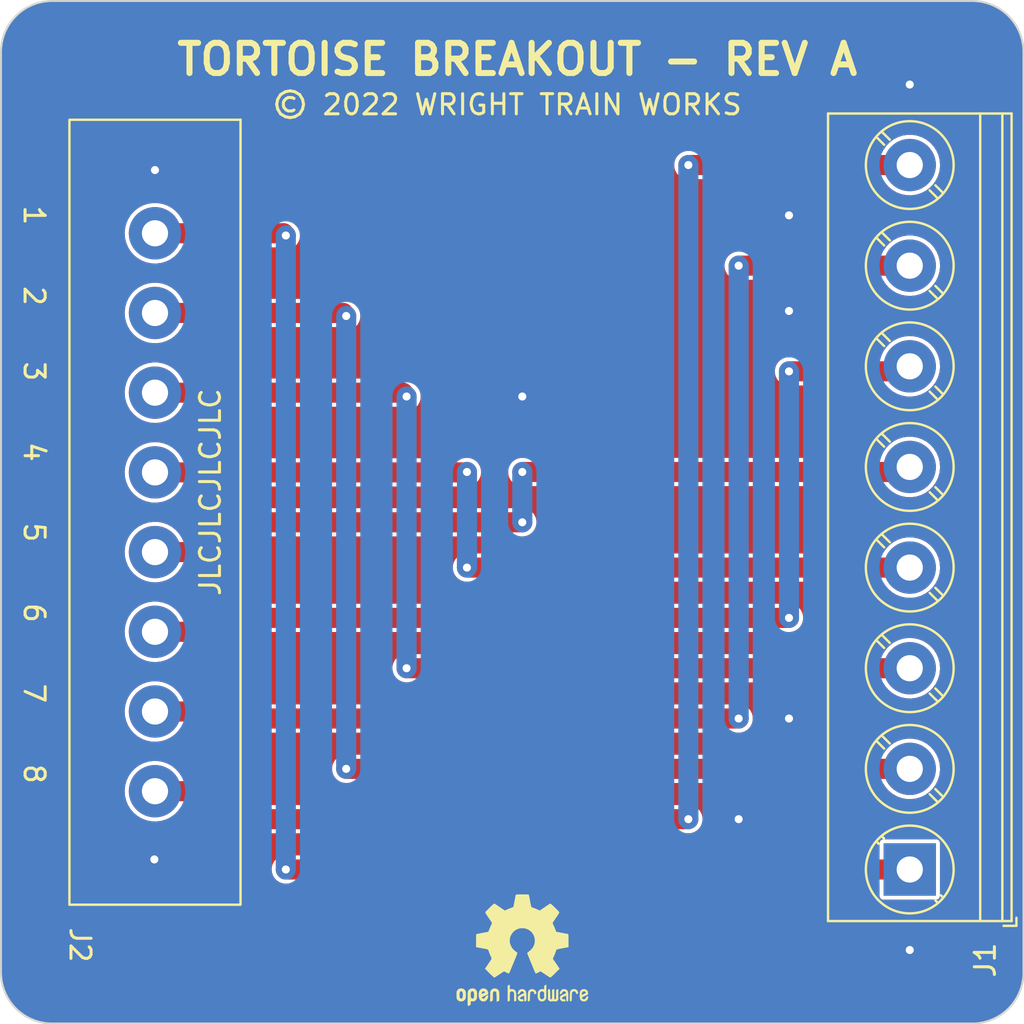
<source format=kicad_pcb>
(kicad_pcb (version 20211014) (generator pcbnew)
  (title_block (title "Tortoise Breakout Board RJ-45") (date "2022-02-12") (rev "A") (company "Wright Train Works"))
  (layers (0 "F.Cu" signal) (31 "B.Cu" signal) (34 "B.Paste" user) (35 "F.Paste" user) (36 "B.SilkS" user "B.Silkscreen") (37 "F.SilkS" user "F.Silkscreen") (38 "B.Mask" user) (39 "F.Mask" user) (44 "Edge.Cuts" user))
  (net 0 "")
  (net 1 "Net-(J1-Pad1)")
  (net 2 "Net-(J1-Pad2)")
  (net 3 "Net-(J1-Pad3)")
  (net 4 "Net-(J1-Pad4)")
  (net 5 "Net-(J1-Pad5)")
  (net 6 "Net-(J1-Pad6)")
  (net 7 "Net-(J1-Pad7)")
  (net 8 "Net-(J1-Pad8)")
  (net 9 "GND")
  (footprint "EBM08DSXN:EBM08DSXN" (layer "F.Cu") (at 132.25 100 -90)
    (fp_text reference "J2" (at 21.5 3.72 -90 unlocked) (layer "F.SilkS"))
    (fp_text value "Conn_01x08" hide)
    (fp_rect (start -19.5 -4.25) (end 19.5 4.25) (layer "F.SilkS") (width 0.12) (fill none))
    (pad "1" thru_hole circle (at -13.86 0 270) (size 2.6 2.6) (drill 1.3) (layers *.Cu *.Mask) (net 1 "Net-(J1-Pad1)"))
    (pad "2" thru_hole circle (at -9.9 0 270) (size 2.6 2.6) (drill 1.3) (layers *.Cu *.Mask) (net 2 "Net-(J1-Pad2)"))
    (pad "3" thru_hole circle (at -5.94 0 270) (size 2.6 2.6) (drill 1.3) (layers *.Cu *.Mask) (net 3 "Net-(J1-Pad3)"))
    (pad "4" thru_hole circle (at -1.98 0 270) (size 2.6 2.6) (drill 1.3) (layers *.Cu *.Mask) (net 4 "Net-(J1-Pad4)"))
    (pad "5" thru_hole circle (at 1.98 0 270) (size 2.6 2.6) (drill 1.3) (layers *.Cu *.Mask) (net 5 "Net-(J1-Pad5)"))
    (pad "6" thru_hole circle (at 5.94 0 270) (size 2.6 2.6) (drill 1.3) (layers *.Cu *.Mask) (net 6 "Net-(J1-Pad6)"))
    (pad "7" thru_hole circle (at 9.9 0 270) (size 2.6 2.6) (drill 1.3) (layers *.Cu *.Mask) (net 7 "Net-(J1-Pad7)"))
    (pad "8" thru_hole circle (at 13.86 0 270) (size 2.6 2.6) (drill 1.3) (layers *.Cu *.Mask) (net 8 "Net-(J1-Pad8)"))
  )
  (footprint "TerminalBlock_Phoenix:TerminalBlock_Phoenix_PT-1,5-8-5.0-H_1x08_P5.00mm_Horizontal" (layer "F.Cu") (at 169.75 117.75 90)
    (fp_text reference "J1" (at -4.5 3.75 90) (layer "F.SilkS"))
    (fp_text value "Conn_01x08" hide)
    (fp_line (start 1.654 -1.388) (end 1.547 -1.281) (layer "F.SilkS") (width 0.12))
    (fp_line (start 8.993 1.274) (end 8.613 1.654) (layer "F.SilkS") (width 0.12))
    (fp_line (start -1.548 1.281) (end -1.654 1.388) (layer "F.SilkS") (width 0.12))
    (fp_line (start -2.56 -4.06) (end -2.56 5.06) (layer "F.SilkS") (width 0.12))
    (fp_line (start 36.388 -1.654) (end 36.008 -1.274) (layer "F.SilkS") (width 0.12))
    (fp_line (start 8.742 0.992) (end 8.347 1.388) (layer "F.SilkS") (width 0.12))
    (fp_line (start 37.56 -4.06) (end 37.56 5.06) (layer "F.SilkS") (width 0.12))
    (fp_line (start 3.742 0.992) (end 3.347 1.388) (layer "F.SilkS") (width 0.12))
    (fp_line (start 6.654 -1.388) (end 6.259 -0.992) (layer "F.SilkS") (width 0.12))
    (fp_line (start 23.993 1.274) (end 23.613 1.654) (layer "F.SilkS") (width 0.12))
    (fp_line (start -1.282 1.547) (end -1.388 1.654) (layer "F.SilkS") (width 0.12))
    (fp_line (start 11.654 -1.388) (end 11.259 -0.992) (layer "F.SilkS") (width 0.12))
    (fp_line (start 13.742 0.992) (end 13.347 1.388) (layer "F.SilkS") (width 0.12))
    (fp_line (start 33.993 1.274) (end 33.613 1.654) (layer "F.SilkS") (width 0.12))
    (fp_line (start -2.56 5.06) (end 37.56 5.06) (layer "F.SilkS") (width 0.12))
    (fp_line (start 26.388 -1.654) (end 26.008 -1.274) (layer "F.SilkS") (width 0.12))
    (fp_line (start -2.56 -4.06) (end 37.56 -4.06) (layer "F.SilkS") (width 0.12))
    (fp_line (start 21.388 -1.654) (end 21.008 -1.274) (layer "F.SilkS") (width 0.12))
    (fp_line (start 23.742 0.992) (end 23.347 1.388) (layer "F.SilkS") (width 0.12))
    (fp_line (start 16.654 -1.388) (end 16.259 -0.992) (layer "F.SilkS") (width 0.12))
    (fp_line (start -2.56 4.6) (end 37.56 4.6) (layer "F.SilkS") (width 0.12))
    (fp_line (start -2.8 5.3) (end -2.4 5.3) (layer "F.SilkS") (width 0.12))
    (fp_line (start 16.388 -1.654) (end 16.008 -1.274) (layer "F.SilkS") (width 0.12))
    (fp_line (start 1.388 -1.654) (end 1.281 -1.547) (layer "F.SilkS") (width 0.12))
    (fp_line (start 18.742 0.992) (end 18.347 1.388) (layer "F.SilkS") (width 0.12))
    (fp_line (start 26.654 -1.388) (end 26.259 -0.992) (layer "F.SilkS") (width 0.12))
    (fp_line (start 21.654 -1.388) (end 21.259 -0.992) (layer "F.SilkS") (width 0.12))
    (fp_line (start 6.388 -1.654) (end 6.008 -1.274) (layer "F.SilkS") (width 0.12))
    (fp_line (start 31.388 -1.654) (end 31.008 -1.274) (layer "F.SilkS") (width 0.12))
    (fp_line (start 13.993 1.274) (end 13.613 1.654) (layer "F.SilkS") (width 0.12))
    (fp_line (start 18.993 1.274) (end 18.613 1.654) (layer "F.SilkS") (width 0.12))
    (fp_line (start 36.654 -1.388) (end 36.259 -0.992) (layer "F.SilkS") (width 0.12))
    (fp_line (start 28.742 0.992) (end 28.347 1.388) (layer "F.SilkS") (width 0.12))
    (fp_line (start 3.993 1.274) (end 3.613 1.654) (layer "F.SilkS") (width 0.12))
    (fp_line (start 31.654 -1.388) (end 31.259 -0.992) (layer "F.SilkS") (width 0.12))
    (fp_line (start 28.993 1.274) (end 28.613 1.654) (layer "F.SilkS") (width 0.12))
    (fp_line (start 11.388 -1.654) (end 11.008 -1.274) (layer "F.SilkS") (width 0.12))
    (fp_line (start -2.56 3.5) (end 37.56 3.5) (layer "F.SilkS") (width 0.12))
    (fp_line (start 33.742 0.992) (end 33.347 1.388) (layer "F.SilkS") (width 0.12))
    (fp_line (start -2.8 4.66) (end -2.8 5.3) (layer "F.SilkS") (width 0.12))
    (fp_circle (center 10 0) (end 12.18 0) (layer "F.SilkS") (width 0.12) (fill none))
    (fp_circle (center 15 0) (end 17.18 0) (layer "F.SilkS") (width 0.12) (fill none))
    (fp_circle (center 5 0) (end 7.18 0) (layer "F.SilkS") (width 0.12) (fill none))
    (fp_circle (center 25 0) (end 27.18 0) (layer "F.SilkS") (width 0.12) (fill none))
    (fp_circle (center 0 0) (end 2.18 0) (layer "F.SilkS") (width 0.12) (fill none))
    (fp_circle (center 35 0) (end 37.18 0) (layer "F.SilkS") (width 0.12) (fill none))
    (fp_circle (center 30 0) (end 32.18 0) (layer "F.SilkS") (width 0.12) (fill none))
    (fp_circle (center 20 0) (end 22.18 0) (layer "F.SilkS") (width 0.12) (fill none))
    (pad "1" thru_hole rect (at 0 0 90) (size 2.6 2.6) (drill 1.3) (layers *.Cu *.Mask) (net 1 "Net-(J1-Pad1)"))
    (pad "2" thru_hole circle (at 5 0 90) (size 2.6 2.6) (drill 1.3) (layers *.Cu *.Mask) (net 2 "Net-(J1-Pad2)"))
    (pad "3" thru_hole circle (at 10 0 90) (size 2.6 2.6) (drill 1.3) (layers *.Cu *.Mask) (net 3 "Net-(J1-Pad3)"))
    (pad "4" thru_hole circle (at 15 0 90) (size 2.6 2.6) (drill 1.3) (layers *.Cu *.Mask) (net 4 "Net-(J1-Pad4)"))
    (pad "5" thru_hole circle (at 20 0 90) (size 2.6 2.6) (drill 1.3) (layers *.Cu *.Mask) (net 5 "Net-(J1-Pad5)"))
    (pad "6" thru_hole circle (at 25 0 90) (size 2.6 2.6) (drill 1.3) (layers *.Cu *.Mask) (net 6 "Net-(J1-Pad6)"))
    (pad "7" thru_hole circle (at 30 0 90) (size 2.6 2.6) (drill 1.3) (layers *.Cu *.Mask) (net 7 "Net-(J1-Pad7)"))
    (pad "8" thru_hole circle (at 35 0 90) (size 2.6 2.6) (drill 1.3) (layers *.Cu *.Mask) (net 8 "Net-(J1-Pad8)"))
  )
  (footprint "Symbol:OSHW-Logo2_7.3x6mm_SilkScreen" (layer "F.Cu") (at 150.5 121.75)
    (fp_text reference "REF**" hide)
    (fp_text value "OSHW-Logo2_7.3x6mm_SilkScreen" hide)
    (fp_poly (pts (xy -1.831697 1.931239) (xy -1.774473 1.969735) (xy -1.730251 2.025335) (xy -1.703833 2.096086) (xy -1.69849 2.148162) (xy -1.699097 2.169893) (xy -1.704178 2.186531) (xy -1.718145 2.201437) (xy -1.745411 2.217973) (xy -1.790388 2.239498) (xy -1.857489 2.269374) (xy -1.857829 2.269524) (xy -1.919593 2.297813) (xy -1.970241 2.322933) (xy -2.004596 2.342179) (xy -2.017482 2.352848) (xy -2.017486 2.352934) (xy -2.006128 2.376166) (xy -1.979569 2.401774) (xy -1.949077 2.420221) (xy -1.93363 2.423886) (xy -1.891485 2.411212) (xy -1.855192 2.379471) (xy -1.837483 2.344572) (xy -1.820448 2.318845) (xy -1.787078 2.289546) (xy -1.747851 2.264235) (xy -1.713244 2.250471) (xy -1.706007 2.249714) (xy -1.697861 2.26216) (xy -1.69737 2.293972) (xy -1.703357 2.336866) (xy -1.714643 2.382558) (xy -1.73005 2.422761) (xy -1.730829 2.424322) (xy -1.777196 2.489062) (xy -1.837289 2.533097) (xy -1.905535 2.554711) (xy -1.976362 2.552185) (xy -2.044196 2.523804) (xy -2.047212 2.521808) (xy -2.100573 2.473448) (xy -2.13566 2.410352) (xy -2.155078 2.327387) (xy -2.157684 2.304078) (xy -2.162299 2.194055) (xy -2.156767 2.142748) (xy -2.017486 2.142748) (xy -2.015676 2.174753) (xy -2.005778 2.184093) (xy -1.981102 2.177105) (xy -1.942205 2.160587) (xy -1.898725 2.139881) (xy -1.897644 2.139333) (xy -1.860791 2.119949) (xy -1.846 2.107013) (xy -1.849647 2.093451) (xy -1.865005 2.075632) (xy -1.904077 2.049845) (xy -1.946154 2.04795) (xy -1.983897 2.066717) (xy -2.009966 2.102915) (xy -2.017486 2.142748) (xy -2.156767 2.142748) (xy -2.152806 2.106027) (xy -2.12845 2.036212) (xy -2.094544 1.987302) (xy -2.033347 1.937878) (xy -1.965937 1.913359) (xy -1.89712 1.911797) (xy -1.831697 1.931239)) (layer "F.SilkS") (width 0.01) (fill solid))
    (fp_poly (pts (xy -0.624114 1.851289) (xy -0.619861 1.910613) (xy -0.614975 1.945572) (xy -0.608205 1.96082) (xy -0.598298 1.961015) (xy -0.595086 1.959195) (xy -0.552356 1.946015) (xy -0.496773 1.946785) (xy -0.440263 1.960333) (xy -0.404918 1.977861) (xy -0.368679 2.005861) (xy -0.342187 2.037549) (xy -0.324001 2.077813) (xy -0.312678 2.131543) (xy -0.306778 2.203626) (xy -0.304857 2.298951) (xy -0.304823 2.317237) (xy -0.3048 2.522646) (xy -0.350509 2.53858) (xy -0.382973 2.54942) (xy -0.400785 2.554468) (xy -0.401309 2.554514) (xy -0.403063 2.540828) (xy -0.404556 2.503076) (xy -0.405674 2.446224) (xy -0.406303 2.375234) (xy -0.4064 2.332073) (xy -0.406602 2.246973) (xy -0.407642 2.185981) (xy -0.410169 2.144177) (xy -0.414836 2.116642) (xy -0.422293 2.098456) (xy -0.433189 2.084698) (xy -0.439993 2.078073) (xy -0.486728 2.051375) (xy -0.537728 2.049375) (xy -0.583999 2.071955) (xy -0.592556 2.080107) (xy -0.605107 2.095436) (xy -0.613812 2.113618) (xy -0.619369 2.139909) (xy -0.622474 2.179562) (xy -0.623824 2.237832) (xy -0.624114 2.318173) (xy -0.624114 2.522646) (xy -0.669823 2.53858) (xy -0.702287 2.54942) (xy -0.720099 2.554468) (xy -0.720623 2.554514) (xy -0.721963 2.540623) (xy -0.723172 2.501439) (xy -0.724199 2.4407) (xy -0.724998 2.362141) (xy -0.725519 2.269498) (xy -0.725714 2.166509) (xy -0.725714 1.769342) (xy -0.678543 1.749444) (xy -0.631371 1.729547) (xy -0.624114 1.851289)) (layer "F.SilkS") (width 0.01) (fill solid))
    (fp_poly (pts (xy -1.283907 1.92778) (xy -1.237328 1.954723) (xy -1.204943 1.981466) (xy -1.181258 2.009484) (xy -1.164941 2.043748) (xy -1.154661 2.089227) (xy -1.149086 2.150892) (xy -1.146884 2.233711) (xy -1.146629 2.293246) (xy -1.146629 2.512391) (xy -1.208314 2.540044) (xy -1.27 2.567697) (xy -1.277257 2.32767) (xy -1.280256 2.238028) (xy -1.283402 2.172962) (xy -1.287299 2.128026) (xy -1.292553 2.09877) (xy -1.299769 2.080748) (xy -1.30955 2.069511) (xy -1.312688 2.067079) (xy -1.360239 2.048083) (xy -1.408303 2.0556) (xy -1.436914 2.075543) (xy -1.448553 2.089675) (xy -1.456609 2.10822) (xy -1.461729 2.136334) (xy -1.464559 2.179173) (xy -1.465744 2.241895) (xy -1.465943 2.307261) (xy -1.465982 2.389268) (xy -1.467386 2.447316) (xy -1.472086 2.486465) (xy -1.482013 2.51178) (xy -1.499097 2.528323) (xy -1.525268 2.541156) (xy -1.560225 2.554491) (xy -1.598404 2.569007) (xy -1.593859 2.311389) (xy -1.592029 2.218519) (xy -1.589888 2.149889) (xy -1.586819 2.100711) (xy -1.582206 2.066198) (xy -1.575432 2.041562) (xy -1.565881 2.022016) (xy -1.554366 2.00477) (xy -1.49881 1.94968) (xy -1.43102 1.917822) (xy -1.357287 1.910191) (xy -1.283907 1.92778)) (layer "F.SilkS") (width 0.01) (fill solid))
    (fp_poly (pts (xy 3.153595 1.966966) (xy 3.211021 2.004497) (xy 3.238719 2.038096) (xy 3.260662 2.099064) (xy 3.262405 2.147308) (xy 3.258457 2.211816) (xy 3.109686 2.276934) (xy 3.037349 2.310202) (xy 2.990084 2.336964) (xy 2.965507 2.360144) (xy 2.961237 2.382667) (xy 2.974889 2.407455) (xy 2.989943 2.423886) (xy 3.033746 2.450235) (xy 3.081389 2.452081) (xy 3.125145 2.431546) (xy 3.157289 2.390752) (xy 3.163038 2.376347) (xy 3.190576 2.331356) (xy 3.222258 2.312182) (xy 3.265714 2.295779) (xy 3.265714 2.357966) (xy 3.261872 2.400283) (xy 3.246823 2.435969) (xy 3.21528 2.476943) (xy 3.210592 2.482267) (xy 3.175506 2.51872) (xy 3.145347 2.538283) (xy 3.107615 2.547283) (xy 3.076335 2.55023) (xy 3.020385 2.550965) (xy 2.980555 2.54166) (xy 2.955708 2.527846) (xy 2.916656 2.497467) (xy 2.889625 2.464613) (xy 2.872517 2.423294) (xy 2.863238 2.367521) (xy 2.859693 2.291305) (xy 2.85941 2.252622) (xy 2.860372 2.206247) (xy 2.948007 2.206247) (xy 2.949023 2.231126) (xy 2.951556 2.2352) (xy 2.968274 2.229665) (xy 3.004249 2.215017) (xy 3.052331 2.19419) (xy 3.062386 2.189714) (xy 3.123152 2.158814) (xy 3.156632 2.131657) (xy 3.16399 2.10622) (xy 3.146391 2.080481) (xy 3.131856 2.069109) (xy 3.07941 2.046364) (xy 3.030322 2.050122) (xy 2.989227 2.077884) (xy 2.960758 2.127152) (xy 2.951631 2.166257) (xy 2.948007 2.206247) (xy 2.860372 2.206247) (xy 2.861285 2.162249) (xy 2.868196 2.095384) (xy 2.881884 2.046695) (xy 2.904096 2.010849) (xy 2.936574 1.982513) (xy 2.950733 1.973355) (xy 3.015053 1.949507) (xy 3.085473 1.948006) (xy 3.153595 1.966966)) (layer "F.SilkS") (width 0.01) (fill solid))
    (fp_poly (pts (xy 1.190117 2.065358) (xy 1.189933 2.173837) (xy 1.189219 2.257287) (xy 1.187675 2.319704) (xy 1.185001 2.365085) (xy 1.180894 2.397429) (xy 1.175055 2.420733) (xy 1.167182 2.438995) (xy 1.161221 2.449418) (xy 1.111855 2.505945) (xy 1.049264 2.541377) (xy 0.980013 2.55409) (xy 0.910668 2.542463) (xy 0.869375 2.521568) (xy 0.826025 2.485422) (xy 0.796481 2.441276) (xy 0.778655 2.383462) (xy 0.770463 2.306313) (xy 0.769302 2.249714) (xy 0.769458 2.245647) (xy 0.870857 2.245647) (xy 0.871476 2.31055) (xy 0.874314 2.353514) (xy 0.88084 2.381622) (xy 0.892523 2.401953) (xy 0.906483 2.417288) (xy 0.953365 2.44689) (xy 1.003701 2.449419) (xy 1.051276 2.424705) (xy 1.054979 2.421356) (xy 1.070783 2.403935) (xy 1.080693 2.383209) (xy 1.086058 2.352362) (xy 1.088228 2.304577) (xy 1.088571 2.251748) (xy 1.087827 2.185381) (xy 1.084748 2.141106) (xy 1.078061 2.112009) (xy 1.066496 2.091173) (xy 1.057013 2.080107) (xy 1.01296 2.052198) (xy 0.962224 2.048843) (xy 0.913796 2.070159) (xy 0.90445 2.078073) (xy 0.88854 2.095647) (xy 0.87861 2.116587) (xy 0.873278 2.147782) (xy 0.871163 2.196122) (xy 0.870857 2.245647) (xy 0.769458 2.245647) (xy 0.77281 2.158568) (xy 0.784726 2.090086) (xy 0.807135 2.0386) (xy 0.842124 1.998443) (xy 0.869375 1.977861) (xy 0.918907 1.955625) (xy 0.976316 1.945304) (xy 1.029682 1.948067) (xy 1.059543 1.959212) (xy 1.071261 1.962383) (xy 1.079037 1.950557) (xy 1.084465 1.918866) (xy 1.088571 1.870593) (xy 1.093067 1.816829) (xy 1.099313 1.784482) (xy 1.110676 1.765985) (xy 1.130528 1.75377) (xy 1.143 1.748362) (xy 1.190171 1.728601) (xy 1.190117 2.065358)) (layer "F.SilkS") (width 0.01) (fill solid))
    (fp_poly (pts (xy 0.10391 -2.757652) (xy 0.182454 -2.757222) (xy 0.239298 -2.756058) (xy 0.278105 -2.753793) (xy 0.302538 -2.75006) (xy 0.316262 -2.744494) (xy 0.32294 -2.736727) (xy 0.326236 -2.726395) (xy 0.326556 -2.725057) (xy 0.331562 -2.700921) (xy 0.340829 -2.653299) (xy 0.353392 -2.587259) (xy 0.368287 -2.507872) (xy 0.384551 -2.420204) (xy 0.385119 -2.417125) (xy 0.40141 -2.331211) (xy 0.416652 -2.255304) (xy 0.429861 -2.193955) (xy 0.440054 -2.151718) (xy 0.446248 -2.133145) (xy 0.446543 -2.132816) (xy 0.464788 -2.123747) (xy 0.502405 -2.108633) (xy 0.551271 -2.090738) (xy 0.551543 -2.090642) (xy 0.613093 -2.067507) (xy 0.685657 -2.038035) (xy 0.754057 -2.008403) (xy 0.757294 -2.006938) (xy 0.868702 -1.956374) (xy 1.115399 -2.12484) (xy 1.191077 -2.176197) (xy 1.259631 -2.222111) (xy 1.317088 -2.25997) (xy 1.359476 -2.287163) (xy 1.382825 -2.301079) (xy 1.385042 -2.302111) (xy 1.40201 -2.297516) (xy 1.433701 -2.275345) (xy 1.481352 -2.234553) (xy 1.546198 -2.174095) (xy 1.612397 -2.109773) (xy 1.676214 -2.046388) (xy 1.733329 -1.988549) (xy 1.780305 -1.939825) (xy 1.813703 -1.90379) (xy 1.830085 -1.884016) (xy 1.830694 -1.882998) (xy 1.832505 -1.869428) (xy 1.825683 -1.847267) (xy 1.80854 -1.813522) (xy 1.779393 -1.7652) (xy 1.736555 -1.699308) (xy 1.679448 -1.614483) (xy 1.628766 -1.539823) (xy 1.583461 -1.47286) (xy 1.54615 -1.417484) (xy 1.519452 -1.37758) (xy 1.505985 -1.357038) (xy 1.505137 -1.355644) (xy 1.506781 -1.335962) (xy 1.519245 -1.297707) (xy 1.540048 -1.248111) (xy 1.547462 -1.232272) (xy 1.579814 -1.16171) (xy 1.614328 -1.081647) (xy 1.642365 -1.012371) (xy 1.662568 -0.960955) (xy 1.678615 -0.921881) (xy 1.687888 -0.901459) (xy 1.689041 -0.899886) (xy 1.706096 -0.897279) (xy 1.746298 -0.890137) (xy 1.804302 -0.879477) (xy 1.874763 -0.866315) (xy 1.952335 -0.851667) (xy 2.031672 -0.836551) (xy 2.107431 -0.821982) (xy 2.174264 -0.808978) (xy 2.226828 -0.798555) (xy 2.259776 -0.79173) (xy 2.267857 -0.789801) (xy 2.276205 -0.785038) (xy 2.282506 -0.774282) (xy 2.287045 -0.753902) (xy 2.290104 -0.720266) (xy 2.291967 -0.669745) (xy 2.292918 -0.598708) (xy 2.29324 -0.503524) (xy 2.293257 -0.464508) (xy 2.293257 -0.147201) (xy 2.217057 -0.132161) (xy 2.174663 -0.124005) (xy 2.1114 -0.112101) (xy 2.034962 -0.097884) (xy 1.953043 -0.08279) (xy 1.9304 -0.078645) (xy 1.854806 -0.063947) (xy 1.788953 -0.049495) (xy 1.738366 -0.036625) (xy 1.708574 -0.026678) (xy 1.703612 -0.023713) (xy 1.691426 -0.002717) (xy 1.673953 0.037967) (xy 1.654577 0.090322) (xy 1.650734 0.1016) (xy 1.625339 0.171523) (xy 1.593817 0.250418) (xy 1.562969 0.321266) (xy 1.562817 0.321595) (xy 1.511447 0.432733) (xy 1.680399 0.681253) (xy 1.849352 0.929772) (xy 1.632429 1.147058) (xy 1.566819 1.211726) (xy 1.506979 1.268733) (xy 1.456267 1.315033) (xy 1.418046 1.347584) (xy 1.395675 1.363343) (xy 1.392466 1.364343) (xy 1.373626 1.356469) (xy 1.33518 1.334578) (xy 1.28133 1.301267) (xy 1.216276 1.259131) (xy 1.14594 1.211943) (xy 1.074555 1.16381) (xy 1.010908 1.121928) (xy 0.959041 1.088871) (xy 0.922995 1.067218) (xy 0.906867 1.059543) (xy 0.887189 1.066037) (xy 0.849875 1.08315) (xy 0.802621 1.107326) (xy 0.797612 1.110013) (xy 0.733977 1.141927) (xy 0.690341 1.157579) (xy 0.663202 1.157745) (xy 0.649057 1.143204) (xy 0.648975 1.143) (xy 0.641905 1.125779) (xy 0.625042 1.084899) (xy 0.599695 1.023525) (xy 0.567171 0.944819) (xy 0.528778 0.851947) (xy 0.485822 0.748072) (xy 0.444222 0.647502) (xy 0.398504 0.536516) (xy 0.356526 0.433703) (xy 0.319548 0.342215) (xy 0.288827 0.265201) (xy 0.265622 0.205815) (xy 0.25119 0.167209) (xy 0.246743 0.1528) (xy 0.257896 0.136272) (xy 0.287069 0.10993) (xy 0.325971 0.080887) (xy 0.436757 -0.010961) (xy 0.523351 -0.116241) (xy 0.584716 -0.232734) (xy 0.619815 -0.358224) (xy 0.627608 -0.490493) (xy 0.621943 -0.551543) (xy 0.591078 -0.678205) (xy 0.53792 -0.790059) (xy 0.465767 -0.885999) (xy 0.377917 -0.964924) (xy 0.277665 -1.02573) (xy 0.16831 -1.067313) (xy 0.053147 -1.088572) (xy -0.064525 -1.088401) (xy -0.18141 -1.065699) (xy -0.294211 -1.019362) (xy -0.399631 -0.948287) (xy -0.443632 -0.908089) (xy -0.528021 -0.804871) (xy -0.586778 -0.692075) (xy -0.620296 -0.57299) (xy -0.628965 -0.450905) (xy -0.613177 -0.329107) (xy -0.573322 -0.210884) (xy -0.509793 -0.099525) (xy -0.422979 0.001684) (xy -0.325971 0.080887) (xy -0.285563 0.111162) (xy -0.257018 0.137219) (xy -0.246743 0.152825) (xy -0.252123 0.169843) (xy -0.267425 0.2105) (xy -0.291388 0.271642) (xy -0.322756 0.350119) (xy -0.360268 0.44278) (xy -0.402667 0.546472) (xy -0.444337 0.647526) (xy -0.49031 0.758607) (xy -0.532893 0.861541) (xy -0.570779 0.953165) (xy -0.60266 1.030316) (xy -0.627229 1.089831) (xy -0.64318 1.128544) (xy -0.64909 1.143) (xy -0.663052 1.157685) (xy -0.69006 1.157642) (xy -0.733587 1.142099) (xy -0.79711 1.110284) (xy -0.797612 1.110013) (xy -0.84544 1.085323) (xy -0.884103 1.067338) (xy -0.905905 1.059614) (xy -0.906867 1.059543) (xy -0.923279 1.067378) (xy -0.959513 1.089165) (xy -1.011526 1.122328) (xy -1.075275 1.164291) (xy -1.14594 1.211943) (xy -1.217884 1.260191) (xy -1.282726 1.302151) (xy -1.336265 1.335227) (xy -1.374303 1.356821) (xy -1.392467 1.364343) (xy -1.409192 1.354457) (xy -1.44282 1.326826) (xy -1.48999 1.284495) (xy -1.547342 1.230505) (xy -1.611516 1.167899) (xy -1.632503 1.146983) (xy -1.849501 0.929623) (xy -1.684332 0.68722) (xy -1.634136 0.612781) (xy -1.590081 0.545972) (xy -1.554638 0.490665) (xy -1.530281 0.450729) (xy -1.519478 0.430036) (xy -1.519162 0.428563) (xy -1.524857 0.409058) (xy -1.540174 0.369822) (xy -1.562463 0.31743) (xy -1.578107 0.282355) (xy -1.607359 0.215201) (xy -1.634906 0.147358) (xy -1.656263 0.090034) (xy -1.662065 0.072572) (xy -1.678548 0.025938) (xy -1.69466 -0.010095) (xy -1.70351 -0.023713) (xy -1.72304 -0.032048) (xy -1.765666 -0.043863) (xy -1.825855 -0.057819) (xy -1.898078 -0.072578) (xy -1.9304 -0.078645) (xy -2.012478 -0.093727) (xy -2.091205 -0.108331) (xy -2.158891 -0.12102) (xy -2.20784 -0.130358) (xy -2.217057 -0.132161) (xy -2.293257 -0.147201) (xy -2.293257 -0.464508) (xy -2.293086 -0.568846) (xy -2.292384 -0.647787) (xy -2.290866 -0.704962) (xy -2.288251 -0.744001) (xy -2.284254 -0.768535) (xy -2.278591 -0.782195) (xy -2.27098 -0.788611) (xy -2.267857 -0.789801) (xy -2.249022 -0.79402) (xy -2.207412 -0.802438) (xy -2.14837 -0.814039) (xy -2.077243 -0.827805) (xy -1.999375 -0.84272) (xy -1.920113 -0.857768) (xy -1.844802 -0.871931) (xy -1.778787 -0.884194) (xy -1.727413 -0.893539) (xy -1.696025 -0.89895) (xy -1.689041 -0.899886) (xy -1.682715 -0.912404) (xy -1.66871 -0.945754) (xy -1.649645 -0.993623) (xy -1.642366 -1.012371) (xy -1.613004 -1.084805) (xy -1.578429 -1.16483) (xy -1.547463 -1.232272) (xy -1.524677 -1.283841) (xy -1.509518 -1.326215) (xy -1.504458 -1.352166) (xy -1.505264 -1.355644) (xy -1.515959 -1.372064) (xy -1.54038 -1.408583) (xy -1.575905 -1.461313) (xy -1.619913 -1.526365) (xy -1.669783 -1.599849) (xy -1.679644 -1.614355) (xy -1.737508 -1.700296) (xy -1.780044 -1.765739) (xy -1.808946 -1.813696) (xy -1.82591 -1.84718) (xy -1.832633 -1.869205) (xy -1.83081 -1.882783) (xy -1.830764 -1.882869) (xy -1.816414 -1.900703) (xy -1.784677 -1.935183) (xy -1.73899 -1.982732) (xy -1.682796 -2.039778) (xy -1.619532 -2.102745) (xy -1.612398 -2.109773) (xy -1.53267 -2.18698) (xy -1.471143 -2.24367) (xy -1.426579 -2.28089) (xy -1.397743 -2.299685) (xy -1.385042 -2.302111) (xy -1.366506 -2.291529) (xy -1.328039 -2.267084) (xy -1.273614 -2.231388) (xy -1.207202 -2.187053) (xy -1.132775 -2.136689) (xy -1.115399 -2.12484) (xy -0.868703 -1.956374) (xy -0.757294 -2.006938) (xy -0.689543 -2.036405) (xy -0.616817 -2.066041) (xy -0.554297 -2.08967) (xy -0.551543 -2.090642) (xy -0.50264 -2.108543) (xy -0.464943 -2.12368) (xy -0.446575 -2.13279) (xy -0.446544 -2.132816) (xy -0.440715 -2.149283) (xy -0.430808 -2.189781) (xy -0.417805 -2.249758) (xy -0.402691 -2.32466) (xy -0.386448 -2.409936) (xy -0.385119 -2.417125) (xy -0.368825 -2.504986) (xy -0.353867 -2.58474) (xy -0.341209 -2.651319) (xy -0.331814 -2.699653) (xy -0.326646 -2.724675) (xy -0.326556 -2.725057) (xy -0.323411 -2.735701) (xy -0.317296 -2.743738) (xy -0.304547 -2.749533) (xy -0.2815 -2.753453) (xy -0.244491 -2.755865) (xy -0.189856 -2.757135) (xy -0.113933 -2.757629) (xy -0.013056 -2.757714) (xy 0 -2.757714) (xy 0.10391 -2.757652)) (layer "F.SilkS") (width 0.01) (fill solid))
    (fp_poly (pts (xy 2.144876 1.956335) (xy 2.186667 1.975344) (xy 2.219469 1.998378) (xy 2.243503 2.024133) (xy 2.260097 2.057358) (xy 2.270577 2.1028) (xy 2.276271 2.165207) (xy 2.278507 2.249327) (xy 2.278743 2.304721) (xy 2.278743 2.520826) (xy 2.241774 2.53767) (xy 2.212656 2.549981) (xy 2.198231 2.554514) (xy 2.195472 2.541025) (xy 2.193282 2.504653) (xy 2.191942 2.451542) (xy 2.191657 2.409372) (xy 2.190434 2.348447) (xy 2.187136 2.300115) (xy 2.182321 2.270518) (xy 2.178496 2.264229) (xy 2.152783 2.270652) (xy 2.112418 2.287125) (xy 2.065679 2.309458) (xy 2.020845 2.333457) (xy 1.986193 2.35493) (xy 1.970002 2.369685) (xy 1.969938 2.369845) (xy 1.97133 2.397152) (xy 1.983818 2.423219) (xy 2.005743 2.444392) (xy 2.037743 2.451474) (xy 2.065092 2.450649) (xy 2.103826 2.450042) (xy 2.124158 2.459116) (xy 2.136369 2.483092) (xy 2.137909 2.487613) (xy 2.143203 2.521806) (xy 2.129047 2.542568) (xy 2.092148 2.552462) (xy 2.052289 2.554292) (xy 1.980562 2.540727) (xy 1.943432 2.521355) (xy 1.897576 2.475845) (xy 1.873256 2.419983) (xy 1.871073 2.360957) (xy 1.891629 2.305953) (xy 1.922549 2.271486) (xy 1.95342 2.252189) (xy 2.001942 2.227759) (xy 2.058485 2.202985) (xy 2.06791 2.199199) (xy 2.130019 2.171791) (xy 2.165822 2.147634) (xy 2.177337 2.123619) (xy 2.16658 2.096635) (xy 2.148114 2.075543) (xy 2.104469 2.049572) (xy 2.056446 2.047624) (xy 2.012406 2.067637) (xy 1.980709 2.107551) (xy 1.976549 2.117848) (xy 1.952327 2.155724) (xy 1.916965 2.183842) (xy 1.872343 2.206917) (xy 1.872343 2.141485) (xy 1.874969 2.101506) (xy 1.88623 2.069997) (xy 1.911199 2.036378) (xy 1.935169 2.010484) (xy 1.972441 1.973817) (xy 2.001401 1.954121) (xy 2.032505 1.94622) (xy 2.067713 1.944914) (xy 2.144876 1.956335)) (layer "F.SilkS") (width 0.01) (fill solid))
    (fp_poly (pts (xy 1.779833 1.958663) (xy 1.782048 1.99685) (xy 1.783784 2.054886) (xy 1.784899 2.12818) (xy 1.785257 2.205055) (xy 1.785257 2.465196) (xy 1.739326 2.511127) (xy 1.707675 2.539429) (xy 1.67989 2.550893) (xy 1.641915 2.550168) (xy 1.62684 2.548321) (xy 1.579726 2.542948) (xy 1.540756 2.539869) (xy 1.531257 2.539585) (xy 1.499233 2.541445) (xy 1.453432 2.546114) (xy 1.435674 2.548321) (xy 1.392057 2.551735) (xy 1.362745 2.54432) (xy 1.33368 2.521427) (xy 1.323188 2.511127) (xy 1.277257 2.465196) (xy 1.277257 1.978602) (xy 1.314226 1.961758) (xy 1.346059 1.949282) (xy 1.364683 1.944914) (xy 1.369458 1.958718) (xy 1.373921 1.997286) (xy 1.377775 2.056356) (xy 1.380722 2.131663) (xy 1.382143 2.195286) (xy 1.386114 2.445657) (xy 1.420759 2.450556) (xy 1.452268 2.447131) (xy 1.467708 2.436041) (xy 1.472023 2.415308) (xy 1.475708 2.371145) (xy 1.478469 2.309146) (xy 1.480012 2.234909) (xy 1.480235 2.196706) (xy 1.480457 1.976783) (xy 1.526166 1.960849) (xy 1.558518 1.950015) (xy 1.576115 1.944962) (xy 1.576623 1.944914) (xy 1.578388 1.958648) (xy 1.580329 1.99673) (xy 1.582282 2.054482) (xy 1.584084 2.127227) (xy 1.585343 2.195286) (xy 1.589314 2.445657) (xy 1.6764 2.445657) (xy 1.680396 2.21724) (xy 1.684392 1.988822) (xy 1.726847 1.966868) (xy 1.758192 1.951793) (xy 1.776744 1.944951) (xy 1.777279 1.944914) (xy 1.779833 1.958663)) (layer "F.SilkS") (width 0.01) (fill solid))
    (fp_poly (pts (xy -2.958885 1.921962) (xy -2.890855 1.957733) (xy -2.840649 2.015301) (xy -2.822815 2.052312) (xy -2.808937 2.107882) (xy -2.801833 2.178096) (xy -2.80116 2.254727) (xy -2.806573 2.329552) (xy -2.81773 2.394342) (xy -2.834286 2.440873) (xy -2.839374 2.448887) (xy -2.899645 2.508707) (xy -2.971231 2.544535) (xy -3.048908 2.55502) (xy -3.127452 2.53881) (xy -3.149311 2.529092) (xy -3.191878 2.499143) (xy -3.229237 2.459433) (xy -3.232768 2.454397) (xy -3.247119 2.430124) (xy -3.256606 2.404178) (xy -3.26221 2.370022) (xy -3.264914 2.321119) (xy -3.265701 2.250935) (xy -3.265714 2.2352) (xy -3.265678 2.230192) (xy -3.120571 2.230192) (xy -3.119727 2.29643) (xy -3.116404 2.340386) (xy -3.109417 2.368779) (xy -3.097584 2.388325) (xy -3.091543 2.394857) (xy -3.056814 2.41968) (xy -3.023097 2.418548) (xy -2.989005 2.397016) (xy -2.968671 2.374029) (xy -2.956629 2.340478) (xy -2.949866 2.287569) (xy -2.949402 2.281399) (xy -2.948248 2.185513) (xy -2.960312 2.114299) (xy -2.98543 2.068194) (xy -3.02344 2.047635) (xy -3.037008 2.046514) (xy -3.072636 2.052152) (xy -3.097006 2.071686) (xy -3.111907 2.109042) (xy -3.119125 2.16815) (xy -3.120571 2.230192) (xy -3.265678 2.230192) (xy -3.265174 2.160413) (xy -3.262904 2.108159) (xy -3.257932 2.071949) (xy -3.249287 2.045299) (xy -3.235995 2.021722) (xy -3.233057 2.017338) (xy -3.183687 1.958249) (xy -3.129891 1.923947) (xy -3.064398 1.910331) (xy -3.042158 1.909665) (xy -2.958885 1.921962)) (layer "F.SilkS") (width 0.01) (fill solid))
    (fp_poly (pts (xy 0.529926 1.949755) (xy 0.595858 1.974084) (xy 0.649273 2.017117) (xy 0.670164 2.047409) (xy 0.692939 2.102994) (xy 0.692466 2.143186) (xy 0.668562 2.170217) (xy 0.659717 2.174813) (xy 0.62153 2.189144) (xy 0.602028 2.185472) (xy 0.595422 2.161407) (xy 0.595086 2.148114) (xy 0.582992 2.09921) (xy 0.551471 2.064999) (xy 0.507659 2.048476) (xy 0.458695 2.052634) (xy 0.418894 2.074227) (xy 0.40545 2.086544) (xy 0.395921 2.101487) (xy 0.389485 2.124075) (xy 0.385317 2.159328) (xy 0.382597 2.212266) (xy 0.380502 2.287907) (xy 0.37996 2.311857) (xy 0.377981 2.39379) (xy 0.375731 2.451455) (xy 0.372357 2.489608) (xy 0.367006 2.513004) (xy 0.358824 2.526398) (xy 0.346959 2.534545) (xy 0.339362 2.538144) (xy 0.307102 2.550452) (xy 0.288111 2.554514) (xy 0.281836 2.540948) (xy 0.278006 2.499934) (xy 0.2766 2.430999) (xy 0.277598 2.333669) (xy 0.277908 2.318657) (xy 0.280101 2.229859) (xy 0.282693 2.165019) (xy 0.286382 2.119067) (xy 0.291864 2.086935) (xy 0.299835 2.063553) (xy 0.310993 2.043852) (xy 0.31683 2.03541) (xy 0.350296 1.998057) (xy 0.387727 1.969003) (xy 0.392309 1.966467) (xy 0.459426 1.946443) (xy 0.529926 1.949755)) (layer "F.SilkS") (width 0.01) (fill solid))
    (fp_poly (pts (xy -2.400256 1.919918) (xy -2.344799 1.947568) (xy -2.295852 1.99848) (xy -2.282371 2.017338) (xy -2.267686 2.042015) (xy -2.258158 2.068816) (xy -2.252707 2.104587) (xy -2.250253 2.156169) (xy -2.249714 2.224267) (xy -2.252148 2.317588) (xy -2.260606 2.387657) (xy -2.276826 2.439931) (xy -2.302546 2.479869) (xy -2.339503 2.512929) (xy -2.342218 2.514886) (xy -2.37864 2.534908) (xy -2.422498 2.544815) (xy -2.478276 2.547257) (xy -2.568952 2.547257) (xy -2.56899 2.635283) (xy -2.569834 2.684308) (xy -2.574976 2.713065) (xy -2.588413 2.730311) (xy -2.614142 2.744808) (xy -2.620321 2.747769) (xy -2.649236 2.761648) (xy -2.671624 2.770414) (xy -2.688271 2.771171) (xy -2.699964 2.761023) (xy -2.70749 2.737073) (xy -2.711634 2.696426) (xy -2.713185 2.636186) (xy -2.712929 2.553455) (xy -2.711651 2.445339) (xy -2.711252 2.413) (xy -2.709815 2.301524) (xy -2.708528 2.228603) (xy -2.569029 2.228603) (xy -2.568245 2.290499) (xy -2.56476 2.330997) (xy -2.556876 2.357708) (xy -2.542895 2.378244) (xy -2.533403 2.38826) (xy -2.494596 2.417567) (xy -2.460237 2.419952) (xy -2.424784 2.39575) (xy -2.423886 2.394857) (xy -2.409461 2.376153) (xy -2.400687 2.350732) (xy -2.396261 2.311584) (xy -2.394882 2.251697) (xy -2.394857 2.23843) (xy -2.398188 2.155901) (xy -2.409031 2.098691) (xy -2.42866 2.063766) (xy -2.45835 2.048094) (xy -2.475509 2.046514) (xy -2.516234 2.053926) (xy -2.544168 2.07833) (xy -2.560983 2.12298) (xy -2.56835 2.19113) (xy -2.569029 2.228603) (xy -2.708528 2.228603) (xy -2.708292 2.215245) (xy -2.706323 2.150333) (xy -2.70355 2.102958) (xy -2.699612 2.06929) (xy -2.694151 2.045498) (xy -2.686808 2.027753) (xy -2.677223 2.012224) (xy -2.673113 2.006381) (xy -2.618595 1.951185) (xy -2.549664 1.91989) (xy -2.469928 1.911165) (xy -2.400256 1.919918)) (layer "F.SilkS") (width 0.01) (fill solid))
    (fp_poly (pts (xy 2.6526 1.958752) (xy 2.669948 1.966334) (xy 2.711356 1.999128) (xy 2.746765 2.046547) (xy 2.768664 2.097151) (xy 2.772229 2.122098) (xy 2.760279 2.156927) (xy 2.734067 2.175357) (xy 2.705964 2.186516) (xy 2.693095 2.188572) (xy 2.686829 2.173649) (xy 2.674456 2.141175) (xy 2.669028 2.126502) (xy 2.63859 2.075744) (xy 2.59452 2.050427) (xy 2.53801 2.051206) (xy 2.533825 2.052203) (xy 2.503655 2.066507) (xy 2.481476 2.094393) (xy 2.466327 2.139287) (xy 2.45725 2.204615) (xy 2.453286 2.293804) (xy 2.452914 2.341261) (xy 2.45273 2.416071) (xy 2.451522 2.467069) (xy 2.448309 2.499471) (xy 2.442109 2.518495) (xy 2.43194 2.529356) (xy 2.416819 2.537272) (xy 2.415946 2.53767) (xy 2.386828 2.549981) (xy 2.372403 2.554514) (xy 2.370186 2.540809) (xy 2.368289 2.502925) (xy 2.366847 2.445715) (xy 2.365998 2.374027) (xy 2.365829 2.321565) (xy 2.366692 2.220047) (xy 2.37007 2.143032) (xy 2.377142 2.086023) (xy 2.389088 2.044526) (xy 2.40709 2.014043) (xy 2.432327 1.99008) (xy 2.457247 1.973355) (xy 2.517171 1.951097) (xy 2.586911 1.946076) (xy 2.6526 1.958752)) (layer "F.SilkS") (width 0.01) (fill solid))
    (fp_poly (pts (xy 0.039744 1.950968) (xy 0.096616 1.972087) (xy 0.097267 1.972493) (xy 0.13244 1.99838) (xy 0.158407 2.028633) (xy 0.17667 2.068058) (xy 0.188732 2.121462) (xy 0.196096 2.193651) (xy 0.200264 2.289432) (xy 0.200629 2.303078) (xy 0.205876 2.508842) (xy 0.161716 2.531678) (xy 0.129763 2.54711) (xy 0.11047 2.554423) (xy 0.109578 2.554514) (xy 0.106239 2.541022) (xy 0.103587 2.504626) (xy 0.101956 2.451452) (xy 0.1016 2.408393) (xy 0.101592 2.338641) (xy 0.098403 2.294837) (xy 0.087288 2.273944) (xy 0.063501 2.272925) (xy 0.022296 2.288741) (xy -0.039914 2.317815) (xy -0.085659 2.341963) (xy -0.109187 2.362913) (xy -0.116104 2.385747) (xy -0.116114 2.386877) (xy -0.104701 2.426212) (xy -0.070908 2.447462) (xy -0.019191 2.450539) (xy 0.018061 2.450006) (xy 0.037703 2.460735) (xy 0.049952 2.486505) (xy 0.057002 2.519337) (xy 0.046842 2.537966) (xy 0.043017 2.540632) (xy 0.007001 2.55134) (xy -0.043434 2.552856) (xy -0.095374 2.545759) (xy -0.132178 2.532788) (xy -0.183062 2.489585) (xy -0.211986 2.429446) (xy -0.217714 2.382462) (xy -0.213343 2.340082) (xy -0.197525 2.305488) (xy -0.166203 2.274763) (xy -0.115322 2.24399) (xy -0.040824 2.209252) (xy -0.036286 2.207288) (xy 0.030821 2.176287) (xy 0.072232 2.150862) (xy 0.089981 2.128014) (xy 0.086107 2.104745) (xy 0.062643 2.078056) (xy 0.055627 2.071914) (xy 0.00863 2.0481) (xy -0.040067 2.049103) (xy -0.082478 2.072451) (xy -0.110616 2.115675) (xy -0.113231 2.12416) (xy -0.138692 2.165308) (xy -0.170999 2.185128) (xy -0.217714 2.20477) (xy -0.217714 2.15395) (xy -0.203504 2.080082) (xy -0.161325 2.012327) (xy -0.139376 1.989661) (xy -0.089483 1.960569) (xy -0.026033 1.9474) (xy 0.039744 1.950968)) (layer "F.SilkS") (width 0.01) (fill solid))
  )
  (gr_line (start 124.6 122.86) (end 124.6 77.14) (layer "Edge.Cuts") (width 0.1))
  (gr_arc (start 175.4 122.86) (mid 174.656051 124.656051) (end 172.86 125.4) (layer "Edge.Cuts") (width 0.1))
  (gr_arc (start 172.86 74.6) (mid 174.656051 75.343949) (end 175.4 77.14) (layer "Edge.Cuts") (width 0.1))
  (gr_line (start 127.14 74.6) (end 172.86 74.6) (layer "Edge.Cuts") (width 0.1))
  (gr_line (start 172.86 125.4) (end 127.14 125.4) (layer "Edge.Cuts") (width 0.1))
  (gr_arc (start 124.6 77.14) (mid 125.343949 75.343949) (end 127.14 74.6) (layer "Edge.Cuts") (width 0.1))
  (gr_line (start 175.4 77.14) (end 175.4 122.86) (layer "Edge.Cuts") (width 0.1))
  (gr_arc (start 127.14 125.4) (mid 125.343949 124.656051) (end 124.6 122.86) (layer "Edge.Cuts") (width 0.1))
  (gr_text "2" (at 126.25 89.25 270) (layer "F.SilkS") (effects (font (size 1 1))))
  (gr_text "5" (at 126.25 101 270) (layer "F.SilkS") (effects (font (size 1 1))))
  (gr_text "JLCJLCJLCJLC" (at 135 99 90) (layer "F.SilkS") (effects (font (size 1 1))))
  (gr_text "TORTOISE BREAKOUT - REV A" (at 150.25 77.5) (layer "F.SilkS") (effects (font (size 1.5 1.5) (thickness 0.3))))
  (gr_text "© 2022 WRIGHT TRAIN WORKS" (at 149.75 79.75) (layer "F.SilkS") (effects (font (size 1 1))))
  (gr_text "4" (at 126.25 97 270) (layer "F.SilkS") (effects (font (size 1 1))))
  (gr_text "8" (at 126.25 113 270) (layer "F.SilkS") (effects (font (size 1 1))))
  (gr_text "3" (at 126.25 93 270) (layer "F.SilkS") (effects (font (size 1 1))))
  (gr_text "7" (at 126.25 109 270) (layer "F.SilkS") (effects (font (size 1 1))))
  (gr_text "6" (at 126.25 105 270) (layer "F.SilkS") (effects (font (size 1 1))))
  (gr_text "1" (at 126.25 85.25 270) (layer "F.SilkS") (effects (font (size 1 1))))
  (segment (start 138.75 117.75) (end 169.75 117.75) (width 1) (layer "F.Cu") (net 1))
  (segment (start 132.25 86.14) (end 138.64 86.14) (width 1) (layer "F.Cu") (net 1))
  (segment (start 138.64 86.14) (end 138.75 86.25) (width 1) (layer "F.Cu") (net 1))
  (via (at 138.75 86.25) (size 0.8) (drill 0.4) (layers "F.Cu" "B.Cu") (net 1))
  (via (at 138.75 117.75) (size 0.8) (drill 0.4) (layers "F.Cu" "B.Cu") (net 1))
  (segment (start 138.75 86.25) (end 138.75 117.75) (width 1) (layer "B.Cu") (net 1))
  (segment (start 132.25 90.1) (end 141.6 90.1) (width 1) (layer "F.Cu") (net 2))
  (segment (start 141.75 112.75) (end 169.75 112.75) (width 1) (layer "F.Cu") (net 2))
  (segment (start 141.6 90.1) (end 141.75 90.25) (width 1) (layer "F.Cu") (net 2))
  (via (at 141.75 112.75) (size 0.8) (drill 0.4) (layers "F.Cu" "B.Cu") (net 2))
  (via (at 141.75 90.25) (size 0.8) (drill 0.4) (layers "F.Cu" "B.Cu") (net 2))
  (segment (start 141.75 90.25) (end 141.75 112.75) (width 1) (layer "B.Cu") (net 2))
  (segment (start 144.56 94.06) (end 132.25 94.06) (width 1) (layer "F.Cu") (net 3))
  (segment (start 144.75 94.25) (end 144.56 94.06) (width 1) (layer "F.Cu") (net 3))
  (segment (start 144.75 107.75) (end 169.75 107.75) (width 1) (layer "F.Cu") (net 3))
  (via (at 144.75 94.25) (size 0.8) (drill 0.4) (layers "F.Cu" "B.Cu") (net 3))
  (via (at 144.75 107.75) (size 0.8) (drill 0.4) (layers "F.Cu" "B.Cu") (net 3))
  (segment (start 144.75 107.75) (end 144.75 94.25) (width 1) (layer "B.Cu") (net 3))
  (segment (start 147.75 102.75) (end 169.75 102.75) (width 1) (layer "F.Cu") (net 4))
  (segment (start 132.25 98.02) (end 147.73 98.02) (width 1) (layer "F.Cu") (net 4))
  (segment (start 147.73 98.02) (end 147.75 98) (width 1) (layer "F.Cu") (net 4))
  (via (at 147.75 98) (size 0.8) (drill 0.4) (layers "F.Cu" "B.Cu") (net 4))
  (via (at 147.75 102.75) (size 0.8) (drill 0.4) (layers "F.Cu" "B.Cu") (net 4))
  (segment (start 147.75 98) (end 147.75 102.75) (width 1) (layer "B.Cu") (net 4))
  (segment (start 150.5 98) (end 169.5 98) (width 1) (layer "F.Cu") (net 5))
  (segment (start 132.25 101.98) (end 134.27 101.98) (width 1) (layer "F.Cu") (net 5))
  (segment (start 135.75 100.5) (end 150.5 100.5) (width 1) (layer "F.Cu") (net 5))
  (segment (start 134.27 101.98) (end 135.75 100.5) (width 1) (layer "F.Cu") (net 5))
  (segment (start 169.5 98) (end 169.75 97.75) (width 1) (layer "F.Cu") (net 5))
  (via (at 150.5 98) (size 0.8) (drill 0.4) (layers "F.Cu" "B.Cu") (net 5))
  (via (at 150.5 100.5) (size 0.8) (drill 0.4) (layers "F.Cu" "B.Cu") (net 5))
  (segment (start 150.5 98) (end 150.5 100.5) (width 1) (layer "B.Cu") (net 5))
  (segment (start 132.25 105.94) (end 134.81 105.94) (width 1) (layer "F.Cu") (net 6))
  (segment (start 169.5 93) (end 169.75 92.75) (width 1) (layer "F.Cu") (net 6))
  (segment (start 163.75 93) (end 169.5 93) (width 1) (layer "F.Cu") (net 6))
  (segment (start 134.81 105.94) (end 135.5 105.25) (width 1) (layer "F.Cu") (net 6))
  (segment (start 135.5 105.25) (end 163.75 105.25) (width 1) (layer "F.Cu") (net 6))
  (via (at 163.75 93) (size 0.8) (drill 0.4) (layers "F.Cu" "B.Cu") (net 6))
  (via (at 163.75 105.25) (size 0.8) (drill 0.4) (layers "F.Cu" "B.Cu") (net 6))
  (segment (start 163.75 105.25) (end 163.75 93) (width 1) (layer "B.Cu") (net 6))
  (segment (start 134.65 109.9) (end 134.75 110) (width 1) (layer "F.Cu") (net 7))
  (segment (start 135 110.25) (end 161.25 110.25) (width 1) (layer "F.Cu") (net 7))
  (segment (start 134.75 110) (end 135 110.25) (width 1) (layer "F.Cu") (net 7))
  (segment (start 132.25 109.9) (end 134.65 109.9) (width 1) (layer "F.Cu") (net 7))
  (segment (start 161.25 87.75) (end 169.75 87.75) (width 1) (layer "F.Cu") (net 7))
  (via (at 161.25 110.25) (size 0.8) (drill 0.4) (layers "F.Cu" "B.Cu") (net 7))
  (via (at 161.25 87.75) (size 0.8) (drill 0.4) (layers "F.Cu" "B.Cu") (net 7))
  (segment (start 161.25 110.25) (end 161.25 87.75) (width 1) (layer "B.Cu") (net 7))
  (segment (start 158.75 82.75) (end 169.75 82.75) (width 1) (layer "F.Cu") (net 8))
  (segment (start 134.75 114.5) (end 135.5 115.25) (width 1) (layer "F.Cu") (net 8))
  (segment (start 134.11 113.86) (end 134.75 114.5) (width 1) (layer "F.Cu") (net 8))
  (segment (start 135.5 115.25) (end 158.75 115.25) (width 1) (layer "F.Cu") (net 8))
  (segment (start 132.25 113.86) (end 134.11 113.86) (width 1) (layer "F.Cu") (net 8))
  (via (at 158.75 115.25) (size 0.8) (drill 0.4) (layers "F.Cu" "B.Cu") (net 8))
  (via (at 158.75 82.75) (size 0.8) (drill 0.4) (layers "F.Cu" "B.Cu") (net 8))
  (segment (start 158.75 115.25) (end 158.75 82.75) (width 1) (layer "B.Cu") (net 8))
  (via (at 169.75 121.75) (size 0.8) (drill 0.4) (layers "F.Cu" "B.Cu") (net 9))
  (via (at 163.75 85.25) (size 0.8) (drill 0.4) (layers "F.Cu" "B.Cu") (net 9))
  (via (at 150.5 94.25) (size 0.8) (drill 0.4) (layers "F.Cu" "B.Cu") (net 9))
  (via (at 132.22 117.25) (size 0.8) (drill 0.4) (layers "F.Cu" "B.Cu") (net 9))
  (via (at 161.25 115.25) (size 0.8) (drill 0.4) (layers "F.Cu" "B.Cu") (net 9))
  (via (at 132.25 83) (size 0.8) (drill 0.4) (layers "F.Cu" "B.Cu") (net 9))
  (via (at 163.75 110.25) (size 0.8) (drill 0.4) (layers "F.Cu" "B.Cu") (net 9))
  (via (at 163.75 90) (size 0.8) (drill 0.4) (layers "F.Cu" "B.Cu") (net 9))
  (via (at 169.75 78.75) (size 0.8) (drill 0.4) (layers "F.Cu" "B.Cu") (net 9))
  (zone (net 9) (net_name "GND") (layers F&B.Cu) (connect_pads (clearance 0)) (min_thickness 0.254) (fill yes (thermal_gap 0.508) (thermal_bridge_width 0.508) (island_removal_mode 1) (island_area_min 0))
    (polygon (pts (xy 175.4 125.4) (xy 124.6 125.4) (xy 124.6 74.6) (xy 175.4 74.6)))
  )
)
</source>
